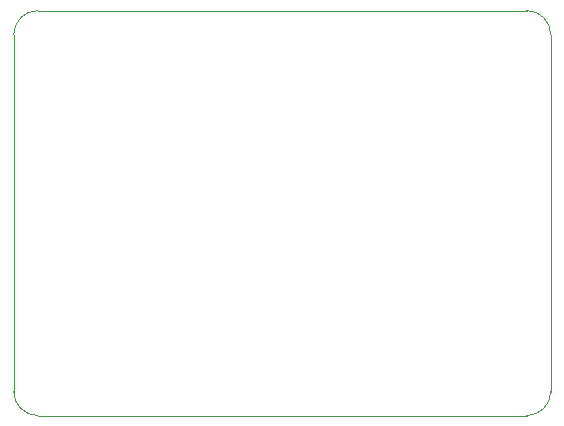
<source format=gbr>
G04 #@! TF.GenerationSoftware,KiCad,Pcbnew,5.1.4-e60b266~84~ubuntu18.04.1*
G04 #@! TF.CreationDate,2019-10-06T14:52:02-04:00*
G04 #@! TF.ProjectId,ds18b20,64733138-6232-4302-9e6b-696361645f70,rev?*
G04 #@! TF.SameCoordinates,Original*
G04 #@! TF.FileFunction,Legend,Bot*
G04 #@! TF.FilePolarity,Positive*
%FSLAX46Y46*%
G04 Gerber Fmt 4.6, Leading zero omitted, Abs format (unit mm)*
G04 Created by KiCad (PCBNEW 5.1.4-e60b266~84~ubuntu18.04.1) date 2019-10-06 14:52:02*
%MOMM*%
%LPD*%
G04 APERTURE LIST*
%ADD10C,0.050000*%
G04 APERTURE END LIST*
D10*
X89154000Y-22860000D02*
G75*
G02X91186000Y-24892000I0J-2032000D01*
G01*
X91186000Y-55118000D02*
G75*
G02X89154000Y-57150000I-2032000J0D01*
G01*
X47752000Y-57150000D02*
G75*
G02X45720000Y-55118000I0J2032000D01*
G01*
X45720000Y-24892000D02*
G75*
G02X47752000Y-22860000I2032000J0D01*
G01*
X47752000Y-22860000D02*
X48260000Y-22860000D01*
X45720000Y-55118000D02*
X45720000Y-24892000D01*
X89154000Y-57150000D02*
X47752000Y-57150000D01*
X91186000Y-24892000D02*
X91186000Y-55118000D01*
X48260000Y-22860000D02*
X89154000Y-22860000D01*
M02*

</source>
